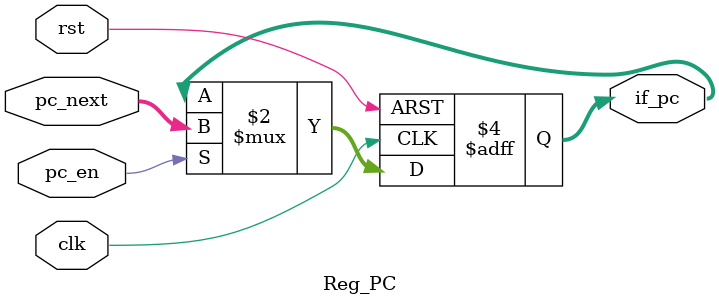
<source format=sv>
module Reg_PC(
  input             clk    ,
  input             rst    ,
  input      [31:0] pc_next,
  input             pc_en  ,
  output reg [31:0] if_pc   // To Instruction Mem
  );
  always @(posedge clk or posedge rst) begin : proc_pc
    if(rst) begin
      if_pc <= 0;
    end 
    else
      if(pc_en)
        if_pc <= pc_next;
  end
endmodule

</source>
